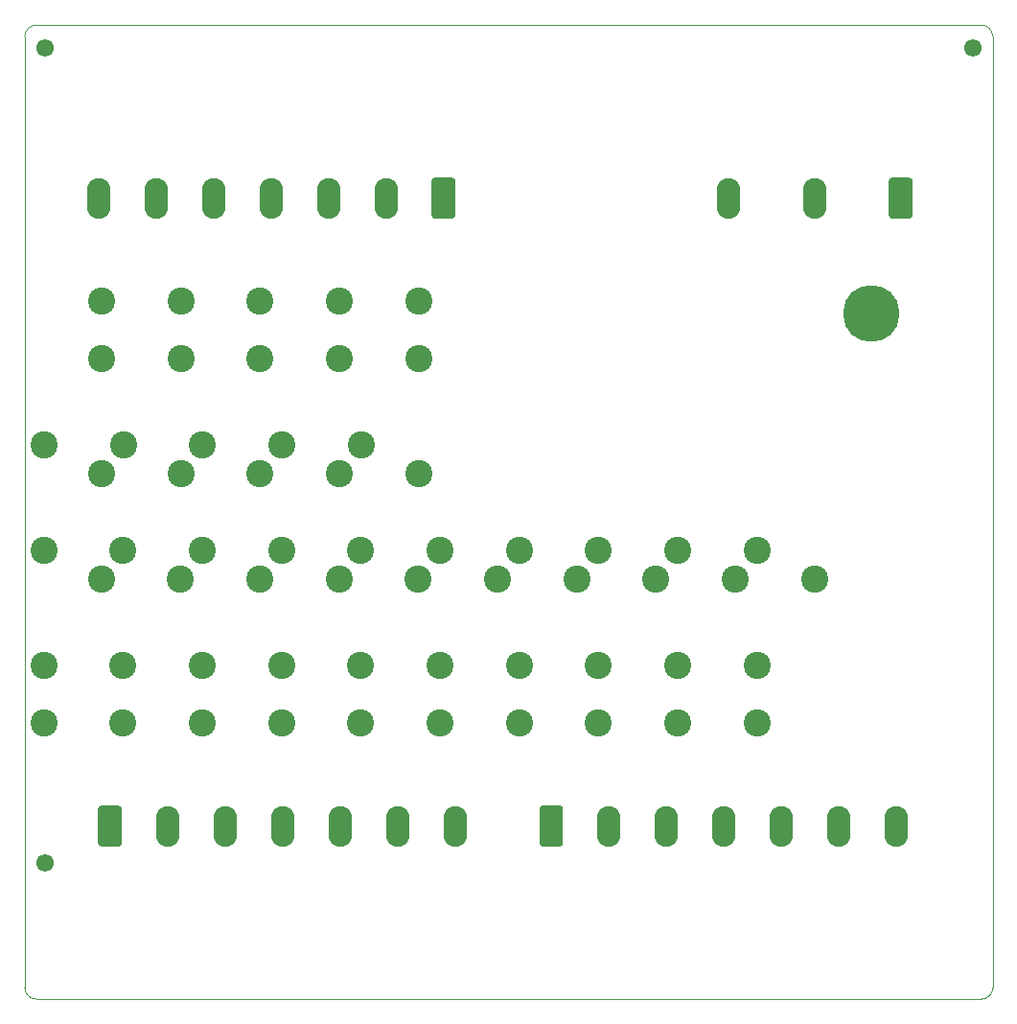
<source format=gbs>
G04 #@! TF.GenerationSoftware,KiCad,Pcbnew,6.0.10+dfsg-1~bpo11+1*
G04 #@! TF.ProjectId,project,70726f6a-6563-4742-9e6b-696361645f70,rev?*
G04 #@! TF.SameCoordinates,Original*
G04 #@! TF.FileFunction,Soldermask,Bot*
G04 #@! TF.FilePolarity,Negative*
%FSLAX46Y46*%
G04 Gerber Fmt 4.6, Leading zero omitted, Abs format (unit mm)*
%MOMM*%
%LPD*%
G01*
G04 APERTURE LIST*
G04 #@! TA.AperFunction,Profile*
%ADD10C,0.100000*%
G04 #@! TD*
%ADD11C,2.400000*%
%ADD12O,2.080000X3.600000*%
%ADD13O,2.100000X3.600000*%
%ADD14C,1.552000*%
%ADD15C,5.000000*%
G04 APERTURE END LIST*
D10*
X125512500Y-133037500D02*
G75*
G03*
X126512500Y-134037500I1000000J0D01*
G01*
X211012500Y-49037500D02*
X211012500Y-133037500D01*
X210012500Y-134037500D02*
X126512500Y-134037500D01*
X126512500Y-48037500D02*
X210012500Y-48037500D01*
X210012500Y-134037500D02*
G75*
G03*
X211012500Y-133037500I0J1000000D01*
G01*
X211012500Y-49037500D02*
G75*
G03*
X210012500Y-48037500I-1000000J0D01*
G01*
X126512500Y-48037500D02*
G75*
G03*
X125512500Y-49037500I0J-1000000D01*
G01*
X125512500Y-133037500D02*
X125512500Y-49037500D01*
D11*
X132302500Y-87667500D03*
X132302500Y-77507500D03*
X132302500Y-72427500D03*
X127222500Y-85127500D03*
X148182500Y-94412500D03*
X148182500Y-104572500D03*
X148182500Y-109652500D03*
X153262500Y-96952500D03*
G36*
G01*
X131982500Y-120310001D02*
X131982500Y-117209999D01*
G75*
G02*
X132232499Y-116960000I249999J0D01*
G01*
X133812501Y-116960000D01*
G75*
G02*
X134062500Y-117209999I0J-249999D01*
G01*
X134062500Y-120310001D01*
G75*
G02*
X133812501Y-120560000I-249999J0D01*
G01*
X132232499Y-120560000D01*
G75*
G02*
X131982500Y-120310001I0J249999D01*
G01*
G37*
D12*
X138102500Y-118760000D03*
X143182500Y-118760000D03*
X148262500Y-118760000D03*
X153342500Y-118760000D03*
X158422500Y-118760000D03*
X163502500Y-118760000D03*
G36*
G01*
X203932500Y-61765001D02*
X203932500Y-64864999D01*
G75*
G02*
X203682499Y-65115000I-250001J0D01*
G01*
X202082501Y-65115000D01*
G75*
G02*
X201832500Y-64864999I0J250001D01*
G01*
X201832500Y-61765001D01*
G75*
G02*
X202082501Y-61515000I250001J0D01*
G01*
X203682499Y-61515000D01*
G75*
G02*
X203932500Y-61765001I0J-250001D01*
G01*
G37*
D13*
X195262500Y-63315000D03*
X187642500Y-63315000D03*
D11*
X141182500Y-94412500D03*
X141182500Y-104572500D03*
X141182500Y-109652500D03*
X146262500Y-96952500D03*
D14*
X127262500Y-122037500D03*
D11*
X176182500Y-94412500D03*
X176182500Y-104572500D03*
X176182500Y-109652500D03*
X181262500Y-96952500D03*
X153302500Y-87667500D03*
X153302500Y-77507500D03*
X153302500Y-72427500D03*
X148222500Y-85127500D03*
X127182500Y-94412500D03*
X127182500Y-104572500D03*
X127182500Y-109652500D03*
X132262500Y-96952500D03*
X155182500Y-94412500D03*
X155182500Y-104572500D03*
X155182500Y-109652500D03*
X160262500Y-96952500D03*
G36*
G01*
X163542500Y-61764999D02*
X163542500Y-64865001D01*
G75*
G02*
X163292501Y-65115000I-249999J0D01*
G01*
X161712499Y-65115000D01*
G75*
G02*
X161462500Y-64865001I0J249999D01*
G01*
X161462500Y-61764999D01*
G75*
G02*
X161712499Y-61515000I249999J0D01*
G01*
X163292501Y-61515000D01*
G75*
G02*
X163542500Y-61764999I0J-249999D01*
G01*
G37*
D12*
X157422500Y-63315000D03*
X152342500Y-63315000D03*
X147262500Y-63315000D03*
X142182500Y-63315000D03*
X137102500Y-63315000D03*
X132022500Y-63315000D03*
D11*
X169182500Y-94412500D03*
X169182500Y-104572500D03*
X169182500Y-109652500D03*
X174262500Y-96952500D03*
D14*
X127262500Y-50037500D03*
D15*
X200262500Y-73537500D03*
D14*
X209262500Y-50037500D03*
D11*
X146302500Y-87667500D03*
X146302500Y-77507500D03*
X146302500Y-72427500D03*
X141222500Y-85127500D03*
G36*
G01*
X170982500Y-120310001D02*
X170982500Y-117209999D01*
G75*
G02*
X171232499Y-116960000I249999J0D01*
G01*
X172812501Y-116960000D01*
G75*
G02*
X173062500Y-117209999I0J-249999D01*
G01*
X173062500Y-120310001D01*
G75*
G02*
X172812501Y-120560000I-249999J0D01*
G01*
X171232499Y-120560000D01*
G75*
G02*
X170982500Y-120310001I0J249999D01*
G01*
G37*
D12*
X177102500Y-118760000D03*
X182182500Y-118760000D03*
X187262500Y-118760000D03*
X192342500Y-118760000D03*
X197422500Y-118760000D03*
X202502500Y-118760000D03*
D11*
X162182500Y-94412500D03*
X162182500Y-104572500D03*
X162182500Y-109652500D03*
X167262500Y-96952500D03*
X183182500Y-94412500D03*
X183182500Y-104572500D03*
X183182500Y-109652500D03*
X188262500Y-96952500D03*
X190182500Y-94412500D03*
X190182500Y-104572500D03*
X190182500Y-109652500D03*
X195262500Y-96952500D03*
X160302500Y-87667500D03*
X160302500Y-77507500D03*
X160302500Y-72427500D03*
X155222500Y-85127500D03*
X139302500Y-87667500D03*
X139302500Y-77507500D03*
X139302500Y-72427500D03*
X134222500Y-85127500D03*
X134182500Y-94412500D03*
X134182500Y-104572500D03*
X134182500Y-109652500D03*
X139262500Y-96952500D03*
M02*

</source>
